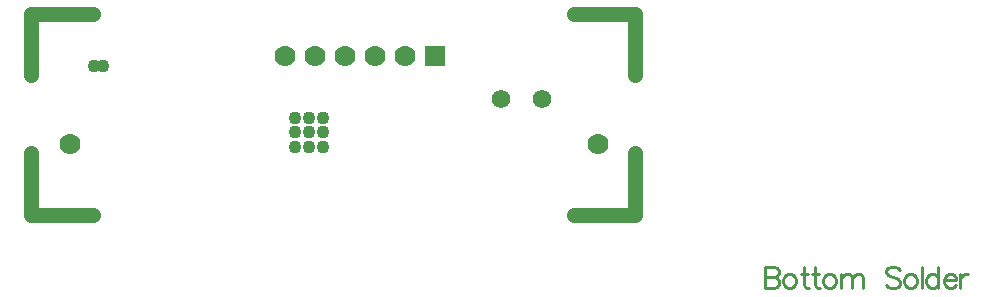
<source format=gbs>
%FSLAX24Y24*%
%MOIN*%
G70*
G01*
G75*
G04 Layer_Color=16711935*
%ADD10O,0.0138X0.0256*%
%ADD11O,0.0256X0.0138*%
%ADD12R,0.1339X0.1339*%
%ADD13R,0.0354X0.0276*%
%ADD14R,0.0354X0.0315*%
%ADD15R,0.0551X0.0433*%
%ADD16R,0.0315X0.0354*%
%ADD17R,0.0276X0.0354*%
%ADD18R,0.0984X0.0866*%
%ADD19R,0.0197X0.0787*%
%ADD20R,0.0689X0.0571*%
%ADD21R,0.0295X0.0118*%
%ADD22R,0.0256X0.0354*%
%ADD23R,0.0453X0.0551*%
%ADD24R,0.0177X0.0315*%
%ADD25R,0.1260X0.0433*%
%ADD26R,0.0354X0.0256*%
%ADD27C,0.0100*%
%ADD28C,0.0150*%
%ADD29C,0.0200*%
%ADD30C,0.0180*%
%ADD31C,0.0300*%
%ADD32C,0.0130*%
%ADD33C,0.0500*%
%ADD34R,0.0620X0.0620*%
%ADD35C,0.0620*%
%ADD36C,0.0350*%
%ADD37C,0.0098*%
%ADD38C,0.0098*%
%ADD39C,0.0050*%
%ADD40C,0.0079*%
%ADD41C,0.0060*%
%ADD42O,0.0218X0.0336*%
%ADD43O,0.0336X0.0218*%
%ADD44R,0.1419X0.1419*%
%ADD45R,0.0434X0.0356*%
%ADD46R,0.0434X0.0395*%
%ADD47R,0.0631X0.0513*%
%ADD48R,0.0395X0.0434*%
%ADD49R,0.0356X0.0434*%
%ADD50R,0.1064X0.0946*%
%ADD51R,0.0277X0.0867*%
%ADD52R,0.0769X0.0651*%
%ADD53R,0.0375X0.0198*%
%ADD54R,0.0336X0.0434*%
%ADD55R,0.0533X0.0631*%
%ADD56R,0.0257X0.0395*%
%ADD57R,0.1340X0.0513*%
%ADD58R,0.0434X0.0336*%
%ADD59R,0.0700X0.0700*%
%ADD60C,0.0700*%
%ADD61C,0.0430*%
D27*
X24200Y-2000D02*
Y-2700D01*
Y-2000D02*
X24500D01*
X24600Y-2033D01*
X24633Y-2067D01*
X24667Y-2133D01*
Y-2200D01*
X24633Y-2267D01*
X24600Y-2300D01*
X24500Y-2333D01*
X24200D02*
X24500D01*
X24600Y-2367D01*
X24633Y-2400D01*
X24667Y-2467D01*
Y-2567D01*
X24633Y-2633D01*
X24600Y-2667D01*
X24500Y-2700D01*
X24200D01*
X24990Y-2233D02*
X24923Y-2267D01*
X24857Y-2333D01*
X24823Y-2433D01*
Y-2500D01*
X24857Y-2600D01*
X24923Y-2667D01*
X24990Y-2700D01*
X25090D01*
X25156Y-2667D01*
X25223Y-2600D01*
X25256Y-2500D01*
Y-2433D01*
X25223Y-2333D01*
X25156Y-2267D01*
X25090Y-2233D01*
X24990D01*
X25510Y-2000D02*
Y-2567D01*
X25543Y-2667D01*
X25610Y-2700D01*
X25676D01*
X25410Y-2233D02*
X25643D01*
X25876Y-2000D02*
Y-2567D01*
X25910Y-2667D01*
X25976Y-2700D01*
X26043D01*
X25776Y-2233D02*
X26010D01*
X26310D02*
X26243Y-2267D01*
X26176Y-2333D01*
X26143Y-2433D01*
Y-2500D01*
X26176Y-2600D01*
X26243Y-2667D01*
X26310Y-2700D01*
X26410D01*
X26476Y-2667D01*
X26543Y-2600D01*
X26576Y-2500D01*
Y-2433D01*
X26543Y-2333D01*
X26476Y-2267D01*
X26410Y-2233D01*
X26310D01*
X26729D02*
Y-2700D01*
Y-2367D02*
X26829Y-2267D01*
X26896Y-2233D01*
X26996D01*
X27063Y-2267D01*
X27096Y-2367D01*
Y-2700D01*
Y-2367D02*
X27196Y-2267D01*
X27263Y-2233D01*
X27363D01*
X27429Y-2267D01*
X27463Y-2367D01*
Y-2700D01*
X28699Y-2100D02*
X28632Y-2033D01*
X28532Y-2000D01*
X28399D01*
X28299Y-2033D01*
X28232Y-2100D01*
Y-2167D01*
X28266Y-2233D01*
X28299Y-2267D01*
X28366Y-2300D01*
X28566Y-2367D01*
X28632Y-2400D01*
X28666Y-2433D01*
X28699Y-2500D01*
Y-2600D01*
X28632Y-2667D01*
X28532Y-2700D01*
X28399D01*
X28299Y-2667D01*
X28232Y-2600D01*
X29022Y-2233D02*
X28956Y-2267D01*
X28889Y-2333D01*
X28856Y-2433D01*
Y-2500D01*
X28889Y-2600D01*
X28956Y-2667D01*
X29022Y-2700D01*
X29122D01*
X29189Y-2667D01*
X29256Y-2600D01*
X29289Y-2500D01*
Y-2433D01*
X29256Y-2333D01*
X29189Y-2267D01*
X29122Y-2233D01*
X29022D01*
X29442Y-2000D02*
Y-2700D01*
X29989Y-2000D02*
Y-2700D01*
Y-2333D02*
X29922Y-2267D01*
X29855Y-2233D01*
X29755D01*
X29689Y-2267D01*
X29622Y-2333D01*
X29589Y-2433D01*
Y-2500D01*
X29622Y-2600D01*
X29689Y-2667D01*
X29755Y-2700D01*
X29855D01*
X29922Y-2667D01*
X29989Y-2600D01*
X30175Y-2433D02*
X30575D01*
Y-2367D01*
X30542Y-2300D01*
X30509Y-2267D01*
X30442Y-2233D01*
X30342D01*
X30275Y-2267D01*
X30209Y-2333D01*
X30175Y-2433D01*
Y-2500D01*
X30209Y-2600D01*
X30275Y-2667D01*
X30342Y-2700D01*
X30442D01*
X30509Y-2667D01*
X30575Y-2600D01*
X30725Y-2233D02*
Y-2700D01*
Y-2433D02*
X30759Y-2333D01*
X30825Y-2267D01*
X30892Y-2233D01*
X30992D01*
D33*
X-250Y6450D02*
X1800D01*
X-250Y4400D02*
Y6450D01*
X19890Y4400D02*
Y6450D01*
X17840D02*
X19890D01*
X17840Y-250D02*
X19890D01*
Y1800D01*
X-250Y-250D02*
Y1800D01*
Y-250D02*
X1800D01*
D35*
X15411Y3624D02*
D03*
X16789D02*
D03*
D59*
X13200Y5050D02*
D03*
D60*
X12200D02*
D03*
X11200D02*
D03*
X10200D02*
D03*
X9200D02*
D03*
X8200D02*
D03*
X1040Y2100D02*
D03*
X18640D02*
D03*
D61*
X9472Y2972D02*
D03*
Y2500D02*
D03*
Y2028D02*
D03*
X9000Y2972D02*
D03*
Y2500D02*
D03*
Y2028D02*
D03*
X8528Y2972D02*
D03*
Y2500D02*
D03*
Y2028D02*
D03*
X1830Y4700D02*
D03*
X2160D02*
D03*
M02*

</source>
